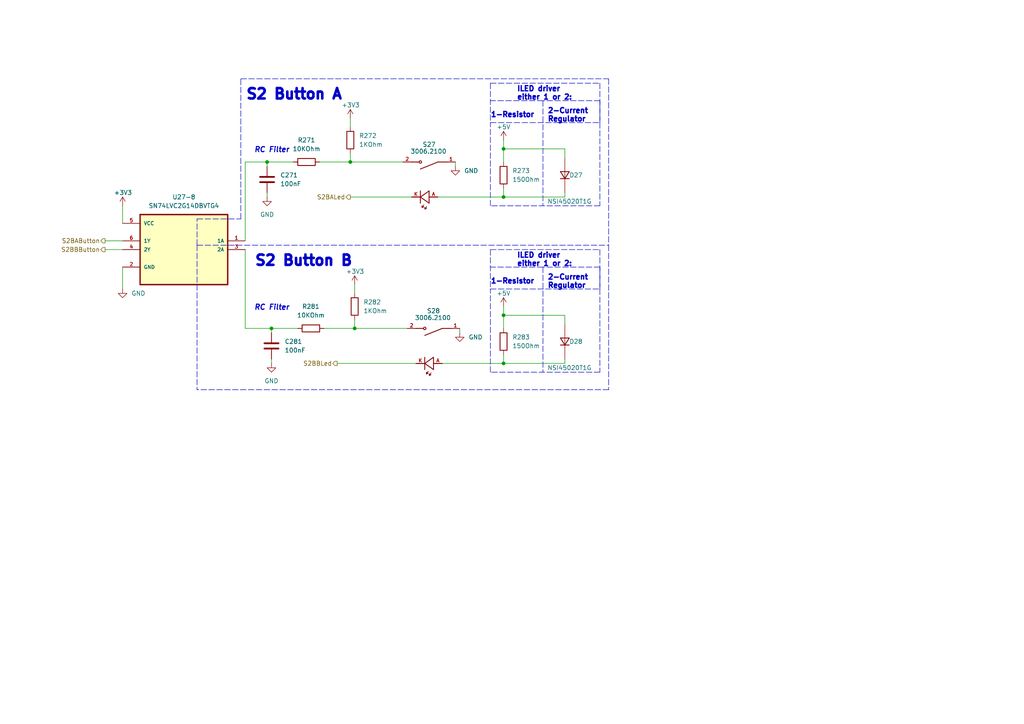
<source format=kicad_sch>
(kicad_sch (version 20211123) (generator eeschema)
  (paper "A4")
  (lib_symbols
    (symbol "3006.2100:3006.2100" (pin_names (offset 1.016) hide)
      (property "Reference" "U" (at 0 3.302 0))
      (symbol "3006.2100_0_0"
        (polyline (pts (xy -5.08 0) (xy -2.54 0)) (stroke (width 0.254)))
        (polyline (pts (xy -2.54 0) (xy 2.54 2.032)) (stroke (width 0.254)))
        (polyline (pts (xy -2.54 10.16) (xy 0 10.16)) (stroke (width 0.254)))
        (polyline (pts (xy 0 8.382) (xy 0 10.16)) (stroke (width 0.254)))
        (polyline (pts (xy 0 10.16) (xy 0 11.938)) (stroke (width 0.254)))
        (polyline (pts (xy 0 11.938) (xy 2.54 10.16)) (stroke (width 0.254)))
        (polyline (pts (xy 0.7112 12.9032) (xy 1.2192 13.6652)) (stroke (width 0.2032)))
        (polyline (pts (xy 0.762 13.462) (xy 1.27 13.208)) (stroke (width 0.2032)))
        (polyline (pts (xy 1.2192 13.6652) (xy 0.762 13.462)) (stroke (width 0.2032)))
        (polyline (pts (xy 1.27 13.208) (xy 1.2192 13.6652)) (stroke (width 0.2032)))
        (polyline (pts (xy 1.524 12.446) (xy 2.032 13.208)) (stroke (width 0.2032)))
        (polyline (pts (xy 1.5748 13.0048) (xy 2.0828 12.7508)) (stroke (width 0.2032)))
        (polyline (pts (xy 2.032 13.208) (xy 1.5748 13.0048)) (stroke (width 0.2032)))
        (polyline (pts (xy 2.0828 12.7508) (xy 2.032 13.208)) (stroke (width 0.2032)))
        (polyline (pts (xy 2.54 10.16) (xy 0 8.382)) (stroke (width 0.254)))
        (polyline (pts (xy 2.54 10.16) (xy 2.54 8.382)) (stroke (width 0.254)))
        (polyline (pts (xy 2.54 10.16) (xy 5.08 10.16)) (stroke (width 0.254)))
        (polyline (pts (xy 2.54 11.938) (xy 2.54 10.16)) (stroke (width 0.254)))
        (polyline (pts (xy 3.048 0) (xy 5.08 0)) (stroke (width 0.254)))
        (circle (center 2.54 0) (radius 0.3556) (stroke (width 0.254)))
        (pin bidirectional line (at -7.62 0 0) (length 2.54) (name "~") (number "1"))
        (pin bidirectional line (at 7.62 0 180) (length 2.54) (name "~") (number "2"))
        (pin bidirectional line (at -2.54 10.16 0) (length 2.54) (name "~") (number "A"))
        (pin bidirectional line (at 5.08 10.16 180) (length 2.54) (name "~") (number "K"))
      )
    )
    (symbol "Device:C" (pin_numbers hide) (pin_names (offset 0.254))
      (property "Reference" "C" (at 0.635 2.54 0))
      (property "Value" "C" (at 0.635 -2.54 0))
      (symbol "C_0_1"
        (polyline (pts (xy -2.032 -0.762) (xy 2.032 -0.762)) (stroke (width 0.508)))
        (polyline (pts (xy -2.032 0.762) (xy 2.032 0.762)) (stroke (width 0.508)))
      )
      (symbol "C_1_1"
        (pin passive line (at 0 3.81 270) (length 2.794) (name "~") (number "1"))
        (pin passive line (at 0 -3.81 90) (length 2.794) (name "~") (number "2"))
      )
    )
    (symbol "Device:R" (pin_numbers hide) (pin_names (offset 0))
      (property "Reference" "R" (at 2.032 0 90))
      (property "Value" "R" (at 0 0 90))
      (symbol "R_0_1"
        (rectangle (start -1.016 -2.54) (end 1.016 2.54) (stroke (width 0.254)))
      )
      (symbol "R_1_1"
        (pin passive line (at 0 3.81 270) (length 1.27) (name "~") (number "1"))
        (pin passive line (at 0 -3.81 90) (length 1.27) (name "~") (number "2"))
      )
    )
    (symbol "ESP32-PoE-ISO_Rev_H:+3.3V" (power) (pin_names (offset 0))
      (property "Value" "+3.3V" (at 0 3.556 0))
      (symbol "+3.3V_0_1"
        (polyline (pts (xy -0.762 1.27) (xy 0 2.54)))
        (polyline (pts (xy 0 0) (xy 0 2.54)))
        (polyline (pts (xy 0 2.54) (xy 0.762 1.27)))
      )
      (symbol "+3.3V_1_1"
        (pin power_in line (at 0 0 90) (length 0) hide (name "+3V3") (number "1"))
      )
    )
    (symbol "ESP32-PoE-ISO_Rev_H:+5V" (power) (pin_names (offset 0))
      (property "Value" "+5V" (at 0 3.556 0))
      (symbol "+5V_0_1"
        (polyline (pts (xy -0.762 1.27) (xy 0 2.54)))
        (polyline (pts (xy 0 0) (xy 0 2.54)))
        (polyline (pts (xy 0 2.54) (xy 0.762 1.27)))
      )
      (symbol "+5V_1_1"
        (pin power_in line (at 0 0 90) (length 0) hide (name "+5V") (number "1"))
      )
    )
    (symbol "NSI45020T1G:NSI45020T1G" (pin_numbers hide) (pin_names (offset 1.016) hide)
      (property "Reference" "D" (at -4.572 2.159 0))
      (property "Value" "NSI45020T1G" (at -4.572 -4.191 0))
      (symbol "NSI45020T1G_0_0"
        (polyline (pts (xy -1.016 -1.27) (xy -1.016 0)) (stroke (width 0.254)))
        (polyline (pts (xy -1.016 0) (xy -1.016 1.27)) (stroke (width 0.254)))
        (polyline (pts (xy -1.016 0) (xy 1.016 -1.27)) (stroke (width 0.254)))
        (polyline (pts (xy 1.016 -1.27) (xy 1.016 1.27)) (stroke (width 0.254)))
        (polyline (pts (xy 1.016 1.27) (xy -1.016 0)) (stroke (width 0.254)))
        (pin passive line (at -5.08 0 0) (length 5.08) (name "~") (number "1"))
        (pin passive line (at 5.08 0 180) (length 5.08) (name "~") (number "2"))
      )
    )
    (symbol "SN74LVC2G14DBVTG4:SN74LVC2G14DBVTG4" (pin_names (offset 1.016))
      (property "Reference" "U" (at -12.7 11.1506 0))
      (property "Value" "SN74LVC2G14DBVTG4" (at -12.7 -14.1478 0))
      (symbol "SN74LVC2G14DBVTG4_0_0"
        (rectangle (start -12.7 -10.16) (end 12.7 10.16) (stroke (width 0.4064)) (fill (type background)))
        (pin input line (at -17.78 2.54 0) (length 5.08) (name "1A") (number "1"))
        (pin power_in line (at 17.78 -5.08 180) (length 5.08) (name "GND") (number "2"))
        (pin input line (at -17.78 0 0) (length 5.08) (name "2A") (number "3"))
        (pin output line (at 17.78 0 180) (length 5.08) (name "2Y") (number "4"))
        (pin power_in line (at 17.78 7.62 180) (length 5.08) (name "VCC") (number "5"))
        (pin output line (at 17.78 2.54 180) (length 5.08) (name "1Y") (number "6"))
      )
    )
    (symbol "power:GND" (power) (pin_names (offset 0))
      (property "Value" "GND" (at 0 -3.81 0))
      (symbol "GND_0_1"
        (polyline (pts (xy 0 0) (xy 0 -1.27) (xy 1.27 -1.27) (xy 0 -2.54) (xy -1.27 -1.27) (xy 0 -1.27)))
      )
      (symbol "GND_1_1"
        (pin power_in line (at 0 0 270) (length 0) hide (name "GND") (number "1"))
      )
    )
  )
  (junction (at 78.74 95.25))
  (junction (at 146.05 57.15))
  (junction (at 77.47 46.99))
  (junction (at 101.6 46.99))
  (junction (at 102.87 95.25))
  (junction (at 146.05 43.18))
  (junction (at 146.05 105.41))
  (junction (at 146.05 91.44))
  (wire (pts (xy 102.87 82.55) (xy 102.87 85.09)))
  (wire (pts (xy 132.08 48.26) (xy 132.08 46.99)))
  (wire (pts (xy 101.6 57.15) (xy 119.38 57.15)))
  (polyline (pts (xy 142.24 72.39) (xy 173.99 72.39)))
  (wire (pts (xy 163.83 104.14) (xy 163.83 105.41)))
  (polyline (pts (xy 57.15 63.5) (xy 69.85 63.5)))
  (polyline (pts (xy 173.99 107.95) (xy 142.24 107.95)))
  (wire (pts (xy 163.83 105.41) (xy 146.05 105.41)))
  (polyline (pts (xy 142.24 83.82) (xy 173.99 83.82)))
  (wire (pts (xy 102.87 95.25) (xy 93.98 95.25)))
  (polyline (pts (xy 142.24 35.56) (xy 173.99 35.56)))
  (wire (pts (xy 133.35 96.52) (xy 133.35 95.25)))
  (wire (pts (xy 35.56 69.85) (xy 30.48 69.85)))
  (wire (pts (xy 127 57.15) (xy 146.05 57.15)))
  (polyline (pts (xy 173.99 24.13) (xy 173.99 59.69)))
  (polyline (pts (xy 173.99 59.69) (xy 142.24 59.69)))
  (wire (pts (xy 163.83 43.18) (xy 146.05 43.18)))
  (wire (pts (xy 35.56 77.47) (xy 35.56 83.82)))
  (wire (pts (xy 102.87 92.71) (xy 102.87 95.25)))
  (polyline (pts (xy 57.15 71.12) (xy 57.15 113.03)))
  (wire (pts (xy 71.12 46.99) (xy 77.47 46.99)))
  (wire (pts (xy 101.6 34.29) (xy 101.6 36.83)))
  (wire (pts (xy 71.12 69.85) (xy 71.12 46.99)))
  (polyline (pts (xy 173.99 77.47) (xy 157.48 77.47)))
  (polyline (pts (xy 57.15 71.12) (xy 57.15 63.5)))
  (wire (pts (xy 71.12 95.25) (xy 78.74 95.25)))
  (polyline (pts (xy 142.24 24.13) (xy 142.24 35.56)))
  (polyline (pts (xy 142.24 107.95) (xy 142.24 83.82)))
  (wire (pts (xy 78.74 95.25) (xy 86.36 95.25)))
  (wire (pts (xy 77.47 46.99) (xy 85.09 46.99)))
  (wire (pts (xy 146.05 43.18) (xy 146.05 40.64)))
  (polyline (pts (xy 173.99 35.56) (xy 173.99 29.21)))
  (polyline (pts (xy 142.24 59.69) (xy 142.24 35.56)))
  (polyline (pts (xy 142.24 72.39) (xy 142.24 83.82)))
  (wire (pts (xy 163.83 55.88) (xy 163.83 57.15)))
  (wire (pts (xy 163.83 57.15) (xy 146.05 57.15)))
  (wire (pts (xy 146.05 91.44) (xy 146.05 88.9)))
  (wire (pts (xy 30.48 72.39) (xy 35.56 72.39)))
  (wire (pts (xy 146.05 54.61) (xy 146.05 57.15)))
  (wire (pts (xy 102.87 95.25) (xy 118.11 95.25)))
  (wire (pts (xy 77.47 46.99) (xy 77.47 48.26)))
  (polyline (pts (xy 176.53 113.03) (xy 57.15 113.03)))
  (wire (pts (xy 163.83 91.44) (xy 146.05 91.44)))
  (polyline (pts (xy 157.48 29.21) (xy 142.24 29.21)))
  (wire (pts (xy 146.05 102.87) (xy 146.05 105.41)))
  (wire (pts (xy 128.27 105.41) (xy 146.05 105.41)))
  (polyline (pts (xy 69.85 22.86) (xy 176.53 22.86)))
  (wire (pts (xy 146.05 43.18) (xy 146.05 46.99)))
  (polyline (pts (xy 173.99 72.39) (xy 173.99 107.95)))
  (wire (pts (xy 163.83 45.72) (xy 163.83 43.18)))
  (polyline (pts (xy 176.53 71.12) (xy 176.53 113.03)))
  (wire (pts (xy 101.6 44.45) (xy 101.6 46.99)))
  (polyline (pts (xy 157.48 77.47) (xy 157.48 107.95)))
  (wire (pts (xy 101.6 46.99) (xy 116.84 46.99)))
  (wire (pts (xy 78.74 95.25) (xy 78.74 96.52)))
  (wire (pts (xy 146.05 91.44) (xy 146.05 95.25)))
  (polyline (pts (xy 157.48 77.47) (xy 142.24 77.47)))
  (polyline (pts (xy 57.15 71.12) (xy 176.53 71.12)))
  (polyline (pts (xy 69.85 63.5) (xy 69.85 22.86)))
  (wire (pts (xy 163.83 93.98) (xy 163.83 91.44)))
  (polyline (pts (xy 173.99 83.82) (xy 173.99 77.47)))
  (wire (pts (xy 78.74 104.14) (xy 78.74 105.41)))
  (wire (pts (xy 35.56 59.69) (xy 35.56 64.77)))
  (wire (pts (xy 97.79 105.41) (xy 120.65 105.41)))
  (wire (pts (xy 77.47 55.88) (xy 77.47 57.15)))
  (polyline (pts (xy 157.48 29.21) (xy 157.48 59.69)))
  (wire (pts (xy 101.6 46.99) (xy 92.71 46.99)))
  (polyline (pts (xy 176.53 22.86) (xy 176.53 71.12)))
  (polyline (pts (xy 142.24 24.13) (xy 173.99 24.13)))
  (polyline (pts (xy 173.99 29.21) (xy 157.48 29.21)))
  (wire (pts (xy 71.12 72.39) (xy 71.12 95.25)))
  (text "ILED driver\neither 1 or 2:" (at 149.86 29.21 0) (effects (font (size 1.5 1.5) (thickness 1) bold) (justify left bottom)))
  (text "2-Current\nRegulator" (at 158.75 35.56 0) (effects (font (size 1.5 1.5) (thickness 1) bold) (justify left bottom)))
  (text "1-Resistor" (at 142.24 82.55 0) (effects (font (size 1.5 1.5) (thickness 1) bold) (justify left bottom)))
  (text "RC Filter" (at 73.66 90.17 0) (effects (font (size 1.5 1.5) (thickness 0.3) bold italic) (justify left bottom)))
  (text "1-Resistor" (at 142.24 34.29 0) (effects (font (size 1.5 1.5) (thickness 1) bold) (justify left bottom)))
  (text "S2 Button A" (at 71.12 29.21 0) (effects (font (size 3 3) (thickness 1) bold) (justify left bottom)))
  (text "2-Current\nRegulator" (at 158.75 83.82 0) (effects (font (size 1.5 1.5) (thickness 1) bold) (justify left bottom)))
  (text "S2 Button B" (at 73.66 77.47 0) (effects (font (size 3 3) (thickness 1) bold) (justify left bottom)))
  (text "ILED driver\neither 1 or 2:" (at 149.86 77.47 0) (effects (font (size 1.5 1.5) (thickness 1) bold) (justify left bottom)))
  (text "RC Filter" (at 73.66 44.45 0) (effects (font (size 1.5 1.5) (thickness 0.3) bold italic) (justify left bottom)))
  (hierarchical_label "S2BBLed" (shape output) (at 97.79 105.41 180))
  (hierarchical_label "S2BBButton" (shape output) (at 30.48 72.39 180))
  (hierarchical_label "S2BALed" (shape output) (at 101.6 57.15 180))
  (hierarchical_label "S2BAButton" (shape output) (at 30.48 69.85 180))
  (symbol (lib_id "3006.2100:3006.2100") (at 124.46 46.99 180)
    (property "Reference" "S27" (at 124.46 41.91 0))
    (property "Value" "3006.2100" (at 129.54 43.18 0) (effects (justify left bottom)))
    (property "Footprint" "3006:3006.2100" (effects hide))
  )
  (symbol (lib_id "Device:C") (at 78.74 100.33 0)
    (property "Reference" "C281" (at 82.55 99.0599 0) (effects (justify left)))
    (property "Value" "100nF" (at 82.55 101.5999 0) (effects (justify left)))
    (property "Footprint" "Capacitor_SMD:C_0603_1608Metric" (effects hide))
  )
  (symbol (lib_id "SN74LVC2G14DBVTG4:SN74LVC2G14DBVTG4") (at 53.34 72.39 0) (mirror y)
    (property "Reference" "U27-8" (at 53.34 57.15 0))
    (property "Value" "SN74LVC2G14DBVTG4" (at 53.34 59.69 0))
    (property "Footprint" "SN74LVC2G14DBVTG4:SOT95P280X145-6N" (effects hide))
  )
  (symbol (lib_id "Device:R") (at 146.05 99.06 180)
    (property "Reference" "R283" (at 148.59 97.7899 0) (effects (justify right)))
    (property "Value" "150Ohm" (at 148.59 100.3299 0) (effects (justify right)))
    (property "Footprint" "Resistor_SMD:R_0603_1608Metric" (effects hide))
  )
  (symbol (lib_id "Device:R") (at 101.6 40.64 180)
    (property "Reference" "R272" (at 104.14 39.3699 0) (effects (justify right)))
    (property "Value" "1KOhm" (at 104.14 41.9099 0) (effects (justify right)))
    (property "Footprint" "Resistor_SMD:R_0603_1608Metric" (effects hide))
  )
  (symbol (lib_id "Device:R") (at 90.17 95.25 90)
    (property "Reference" "R281" (at 90.17 88.9 90))
    (property "Value" "10KOhm" (at 90.17 91.44 90))
    (property "Footprint" "Resistor_SMD:R_0603_1608Metric" (effects hide))
  )
  (symbol (lib_id "ESP32-PoE-ISO_Rev_H:+5V") (at 146.05 40.64 0)
    (property "Reference" "#PWR?" (effects hide))
    (property "Value" "+5V" (at 146.05 36.83 0))
  )
  (symbol (lib_id "power:GND") (at 77.47 57.15 0)
    (property "Reference" "#PWR?" (effects hide))
    (property "Value" "GND" (at 77.47 62.23 0))
  )
  (symbol (lib_id "Device:C") (at 77.47 52.07 0)
    (property "Reference" "C271" (at 81.28 50.7999 0) (effects (justify left)))
    (property "Value" "100nF" (at 81.28 53.3399 0) (effects (justify left)))
    (property "Footprint" "Capacitor_SMD:C_0603_1608Metric" (effects hide))
  )
  (symbol (lib_id "Device:R") (at 88.9 46.99 90)
    (property "Reference" "R271" (at 88.9 40.64 90))
    (property "Value" "10KOhm" (at 88.9 43.18 90))
    (property "Footprint" "Resistor_SMD:R_0603_1608Metric" (effects hide))
  )
  (symbol (lib_id "power:GND") (at 132.08 48.26 0)
    (property "Reference" "#PWR?" (effects hide))
    (property "Value" "GND" (at 134.62 49.5299 0) (effects (justify left)))
  )
  (symbol (lib_id "Device:R") (at 146.05 50.8 180)
    (property "Reference" "R273" (at 148.59 49.5299 0) (effects (justify right)))
    (property "Value" "150Ohm" (at 148.59 52.0699 0) (effects (justify right)))
    (property "Footprint" "Resistor_SMD:R_0603_1608Metric" (effects hide))
  )
  (symbol (lib_id "Device:R") (at 102.87 88.9 180)
    (property "Reference" "R282" (at 105.41 87.6299 0) (effects (justify right)))
    (property "Value" "1KOhm" (at 105.41 90.1699 0) (effects (justify right)))
    (property "Footprint" "Resistor_SMD:R_0603_1608Metric" (effects hide))
  )
  (symbol (lib_id "power:GND") (at 133.35 96.52 0)
    (property "Reference" "#PWR?" (effects hide))
    (property "Value" "GND" (at 135.89 97.7899 0) (effects (justify left)))
  )
  (symbol (lib_id "NSI45020T1G:NSI45020T1G") (at 163.83 99.06 90)
    (property "Reference" "D28" (at 165.1 99.06 90) (effects (justify right)))
    (property "Value" "NSI45020T1G" (at 158.75 106.68 90) (effects (justify right)))
    (property "Footprint" "NSI45020T1G:SOD3716X135N" (effects hide))
    (property "MANUFACTURER" "ON Semiconductor" (effects hide))
    (property "STANDARD" "IPC-7351B" (effects hide))
    (property "PARTREV" "6" (effects hide))
    (property "SNAPEDA_PACKAGE_ID" "5492" (effects hide))
  )
  (symbol (lib_id "power:GND") (at 35.56 83.82 0)
    (property "Reference" "#PWR?" (effects hide))
    (property "Value" "GND" (at 38.1 85.0899 0) (effects (justify left)))
  )
  (symbol (lib_id "power:GND") (at 78.74 105.41 0)
    (property "Reference" "#PWR?" (effects hide))
    (property "Value" "GND" (at 78.74 110.49 0))
  )
  (symbol (lib_id "ESP32-PoE-ISO_Rev_H:+3.3V") (at 102.87 82.55 0)
    (property "Reference" "#PWR?" (effects hide))
    (property "Value" "+3.3V" (at 100.33 78.74 0) (effects (justify left)))
  )
  (symbol (lib_id "NSI45020T1G:NSI45020T1G") (at 163.83 50.8 90)
    (property "Reference" "D27" (at 165.1 50.8 90) (effects (justify right)))
    (property "Value" "NSI45020T1G" (at 158.75 58.42 90) (effects (justify right)))
    (property "Footprint" "NSI45020T1G:SOD3716X135N" (effects hide))
    (property "MANUFACTURER" "ON Semiconductor" (effects hide))
    (property "STANDARD" "IPC-7351B" (effects hide))
    (property "PARTREV" "6" (effects hide))
    (property "SNAPEDA_PACKAGE_ID" "5492" (effects hide))
  )
  (symbol (lib_id "3006.2100:3006.2100") (at 125.73 95.25 180)
    (property "Reference" "S28" (at 125.73 90.17 0))
    (property "Value" "3006.2100" (at 130.81 91.44 0) (effects (justify left bottom)))
    (property "Footprint" "3006:3006.2100" (effects hide))
  )
  (symbol (lib_id "ESP32-PoE-ISO_Rev_H:+3.3V") (at 35.56 59.69 0)
    (property "Reference" "#PWR?" (effects hide))
    (property "Value" "+3.3V" (at 33.02 55.88 0) (effects (justify left)))
  )
  (symbol (lib_id "ESP32-PoE-ISO_Rev_H:+5V") (at 146.05 88.9 0)
    (property "Reference" "#PWR?" (effects hide))
    (property "Value" "+5V" (at 146.05 85.09 0))
  )
  (symbol (lib_id "ESP32-PoE-ISO_Rev_H:+3.3V") (at 101.6 34.29 0)
    (property "Reference" "#PWR?" (effects hide))
    (property "Value" "+3.3V" (at 99.06 30.48 0) (effects (justify left)))
  )
)
</source>
